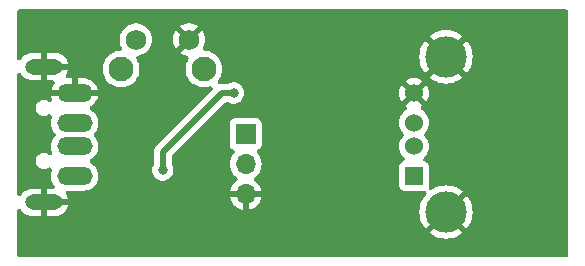
<source format=gbr>
%TF.GenerationSoftware,KiCad,Pcbnew,7.0.9*%
%TF.CreationDate,2024-04-25T13:42:10+02:00*%
%TF.ProjectId,UsbLoad,5573624c-6f61-4642-9e6b-696361645f70,rev?*%
%TF.SameCoordinates,Original*%
%TF.FileFunction,Copper,L2,Bot*%
%TF.FilePolarity,Positive*%
%FSLAX46Y46*%
G04 Gerber Fmt 4.6, Leading zero omitted, Abs format (unit mm)*
G04 Created by KiCad (PCBNEW 7.0.9) date 2024-04-25 13:42:10*
%MOMM*%
%LPD*%
G01*
G04 APERTURE LIST*
%TA.AperFunction,ComponentPad*%
%ADD10O,3.000000X1.500000*%
%TD*%
%TA.AperFunction,ComponentPad*%
%ADD11O,3.200000X1.300000*%
%TD*%
%TA.AperFunction,ComponentPad*%
%ADD12R,1.700000X1.700000*%
%TD*%
%TA.AperFunction,ComponentPad*%
%ADD13O,1.700000X1.700000*%
%TD*%
%TA.AperFunction,ComponentPad*%
%ADD14C,2.100000*%
%TD*%
%TA.AperFunction,ComponentPad*%
%ADD15C,1.750000*%
%TD*%
%TA.AperFunction,ComponentPad*%
%ADD16R,1.524000X1.524000*%
%TD*%
%TA.AperFunction,ComponentPad*%
%ADD17C,1.524000*%
%TD*%
%TA.AperFunction,ComponentPad*%
%ADD18C,3.500000*%
%TD*%
%TA.AperFunction,ViaPad*%
%ADD19C,0.800000*%
%TD*%
%TA.AperFunction,Conductor*%
%ADD20C,0.500000*%
%TD*%
G04 APERTURE END LIST*
D10*
%TO.P,J1,1,VBUS*%
%TO.N,VCC*%
X70285000Y-62750000D03*
%TO.P,J1,2,D-*%
%TO.N,unconnected-(J1-D--Pad2)*%
X70285000Y-60250000D03*
%TO.P,J1,3,D+*%
%TO.N,unconnected-(J1-D+-Pad3)*%
X70285000Y-58250000D03*
%TO.P,J1,4,GND*%
%TO.N,GND*%
X70285000Y-55750000D03*
D11*
%TO.P,J1,5,Shield*%
X67685000Y-65000000D03*
X67685000Y-53500000D03*
%TD*%
D12*
%TO.P,J3,1,Pin_1*%
%TO.N,VCC*%
X84775000Y-59210000D03*
D13*
%TO.P,J3,2,Pin_2*%
%TO.N,Net-(J3-Pin_2)*%
X84775000Y-61750000D03*
%TO.P,J3,3,Pin_3*%
%TO.N,GND*%
X84775000Y-64290000D03*
%TD*%
D14*
%TO.P,SW1,*%
%TO.N,*%
X74225000Y-53702500D03*
X81235000Y-53702500D03*
D15*
%TO.P,SW1,1,1*%
%TO.N,Net-(U1-PA6)*%
X75475000Y-51212500D03*
%TO.P,SW1,2,2*%
%TO.N,GND*%
X79975000Y-51212500D03*
%TD*%
D16*
%TO.P,J2,1,VBUS*%
%TO.N,VCC*%
X99022500Y-62750000D03*
D17*
%TO.P,J2,2,D-*%
%TO.N,unconnected-(J2-D--Pad2)*%
X99022500Y-60250000D03*
%TO.P,J2,3,D+*%
%TO.N,unconnected-(J2-D+-Pad3)*%
X99022500Y-58250000D03*
%TO.P,J2,4,GND*%
%TO.N,GND*%
X99022500Y-55750000D03*
D18*
%TO.P,J2,5,Shield*%
X101732500Y-65820000D03*
X101732500Y-52680000D03*
%TD*%
D19*
%TO.N,GND*%
X79250000Y-65250000D03*
X82500000Y-58750000D03*
%TO.N,Net-(U1-PA7)*%
X83750000Y-55750000D03*
X77750000Y-62250000D03*
%TD*%
D20*
%TO.N,Net-(U1-PA7)*%
X77750000Y-60750000D02*
X77750000Y-62250000D01*
X82750000Y-55750000D02*
X77750000Y-60750000D01*
X83750000Y-55750000D02*
X82750000Y-55750000D01*
%TD*%
%TA.AperFunction,Conductor*%
%TO.N,GND*%
G36*
X111986843Y-48670207D02*
G01*
X112056084Y-48725426D01*
X112094511Y-48805218D01*
X112099500Y-48849500D01*
X112099500Y-69400500D01*
X112079793Y-69486843D01*
X112024574Y-69556084D01*
X111944782Y-69594511D01*
X111900500Y-69599500D01*
X65599500Y-69599500D01*
X65513157Y-69579793D01*
X65443916Y-69524574D01*
X65405489Y-69444782D01*
X65400500Y-69400500D01*
X65400500Y-65728638D01*
X65420207Y-65642295D01*
X65475426Y-65573054D01*
X65555218Y-65534627D01*
X65643782Y-65534627D01*
X65723574Y-65573054D01*
X65768694Y-65623879D01*
X65813348Y-65696000D01*
X65813352Y-65696004D01*
X65956929Y-65853499D01*
X65956934Y-65853504D01*
X66127008Y-65981939D01*
X66317792Y-66076937D01*
X66317794Y-66076938D01*
X66522776Y-66135260D01*
X66522787Y-66135262D01*
X66681832Y-66150000D01*
X67435000Y-66150000D01*
X67435000Y-65350000D01*
X67935000Y-65350000D01*
X67935000Y-66150000D01*
X68688168Y-66150000D01*
X68847212Y-66135262D01*
X68847223Y-66135260D01*
X69052205Y-66076938D01*
X69052207Y-66076937D01*
X69242991Y-65981939D01*
X69413065Y-65853504D01*
X69413070Y-65853499D01*
X69556647Y-65696004D01*
X69556653Y-65695997D01*
X69668845Y-65514799D01*
X69668846Y-65514796D01*
X69745837Y-65316060D01*
X69758187Y-65250000D01*
X68830581Y-65250000D01*
X68882060Y-65194079D01*
X68928982Y-65087108D01*
X68938628Y-64970698D01*
X68909953Y-64857462D01*
X68846064Y-64759673D01*
X68833636Y-64750000D01*
X69758186Y-64750000D01*
X69745837Y-64683939D01*
X69668846Y-64485203D01*
X69668847Y-64485203D01*
X69556812Y-64304259D01*
X69528114Y-64220474D01*
X69538611Y-64132535D01*
X69586224Y-64057859D01*
X69661522Y-64011237D01*
X69726006Y-64000500D01*
X71091153Y-64000500D01*
X71091155Y-64000500D01*
X71259188Y-63985377D01*
X71476170Y-63925493D01*
X71678973Y-63827829D01*
X71861078Y-63695522D01*
X72016632Y-63532825D01*
X72140635Y-63344968D01*
X72229103Y-63137988D01*
X72279191Y-62918537D01*
X72289290Y-62693670D01*
X72259075Y-62470613D01*
X72189517Y-62256536D01*
X72189515Y-62256532D01*
X72189514Y-62256529D01*
X72186001Y-62250000D01*
X76844540Y-62250000D01*
X76864325Y-62438255D01*
X76922822Y-62618287D01*
X77017463Y-62782211D01*
X77017466Y-62782215D01*
X77144128Y-62922887D01*
X77144134Y-62922892D01*
X77297263Y-63034147D01*
X77297270Y-63034151D01*
X77470192Y-63111142D01*
X77470194Y-63111142D01*
X77470197Y-63111144D01*
X77470199Y-63111144D01*
X77470204Y-63111146D01*
X77655349Y-63150499D01*
X77655352Y-63150500D01*
X77655354Y-63150500D01*
X77844648Y-63150500D01*
X77844649Y-63150499D01*
X77906365Y-63137381D01*
X78029795Y-63111146D01*
X78029797Y-63111145D01*
X78029803Y-63111144D01*
X78202730Y-63034151D01*
X78209278Y-63029394D01*
X78354292Y-62924035D01*
X78355871Y-62922888D01*
X78482533Y-62782216D01*
X78577179Y-62618284D01*
X78635674Y-62438256D01*
X78655460Y-62250000D01*
X78635674Y-62061744D01*
X78577179Y-61881716D01*
X78527160Y-61795081D01*
X78513254Y-61750000D01*
X83419341Y-61750000D01*
X83435975Y-61940128D01*
X83439938Y-61985414D01*
X83501095Y-62213659D01*
X83501095Y-62213660D01*
X83600964Y-62427829D01*
X83600966Y-62427833D01*
X83736506Y-62621403D01*
X83903600Y-62788497D01*
X84001853Y-62857294D01*
X84061278Y-62922961D01*
X84086326Y-63007908D01*
X84072035Y-63095311D01*
X84021238Y-63167858D01*
X84001855Y-63183316D01*
X83903917Y-63251893D01*
X83736891Y-63418919D01*
X83601401Y-63612418D01*
X83601399Y-63612422D01*
X83501570Y-63826504D01*
X83501569Y-63826507D01*
X83444363Y-64040000D01*
X84341314Y-64040000D01*
X84315507Y-64080156D01*
X84275000Y-64218111D01*
X84275000Y-64361889D01*
X84315507Y-64499844D01*
X84341314Y-64540000D01*
X83444364Y-64540000D01*
X83501569Y-64753492D01*
X83501571Y-64753495D01*
X83601399Y-64967578D01*
X83601401Y-64967582D01*
X83736890Y-65161079D01*
X83903920Y-65328109D01*
X84097417Y-65463598D01*
X84097420Y-65463600D01*
X84311509Y-65563430D01*
X84525000Y-65620634D01*
X84525000Y-64725501D01*
X84632685Y-64774680D01*
X84739237Y-64790000D01*
X84810763Y-64790000D01*
X84917315Y-64774680D01*
X85025000Y-64725501D01*
X85025000Y-65620634D01*
X85238490Y-65563430D01*
X85452579Y-65463600D01*
X85452582Y-65463598D01*
X85646079Y-65328109D01*
X85813109Y-65161079D01*
X85948598Y-64967582D01*
X85948600Y-64967578D01*
X86048428Y-64753495D01*
X86048430Y-64753492D01*
X86105636Y-64540000D01*
X85208686Y-64540000D01*
X85234493Y-64499844D01*
X85275000Y-64361889D01*
X85275000Y-64218111D01*
X85234493Y-64080156D01*
X85208686Y-64040000D01*
X86105636Y-64040000D01*
X86048430Y-63826507D01*
X86048429Y-63826504D01*
X85948600Y-63612422D01*
X85948598Y-63612418D01*
X85813108Y-63418919D01*
X85646080Y-63251891D01*
X85548145Y-63183316D01*
X85488721Y-63117649D01*
X85463673Y-63032701D01*
X85477964Y-62945298D01*
X85528762Y-62872751D01*
X85548136Y-62857300D01*
X85646401Y-62788495D01*
X85813495Y-62621401D01*
X85949035Y-62427830D01*
X86048903Y-62213663D01*
X86110063Y-61985408D01*
X86130659Y-61750000D01*
X86110063Y-61514592D01*
X86086189Y-61425493D01*
X86048905Y-61286342D01*
X86018354Y-61220826D01*
X85949035Y-61072171D01*
X85817040Y-60883662D01*
X85813498Y-60878603D01*
X85813497Y-60878601D01*
X85813495Y-60878599D01*
X85774089Y-60839193D01*
X85726971Y-60764206D01*
X85717055Y-60676199D01*
X85746306Y-60592606D01*
X85808930Y-60529982D01*
X85845252Y-60512030D01*
X85867331Y-60503796D01*
X85982546Y-60417546D01*
X86068796Y-60302331D01*
X86088314Y-60250000D01*
X97755177Y-60250000D01*
X97774429Y-60470066D01*
X97831606Y-60683450D01*
X97924965Y-60883661D01*
X97924971Y-60883670D01*
X98051671Y-61064618D01*
X98172917Y-61185864D01*
X98220036Y-61260852D01*
X98229952Y-61348859D01*
X98200701Y-61432452D01*
X98138077Y-61495076D01*
X98101748Y-61513031D01*
X98018166Y-61544205D01*
X98018164Y-61544207D01*
X97902953Y-61630453D01*
X97816707Y-61745664D01*
X97816704Y-61745669D01*
X97766409Y-61880517D01*
X97760000Y-61940127D01*
X97760000Y-61940128D01*
X97760000Y-61940132D01*
X97760000Y-63559876D01*
X97766408Y-63619481D01*
X97816703Y-63754329D01*
X97816707Y-63754335D01*
X97902953Y-63869546D01*
X97972864Y-63921881D01*
X98018169Y-63955796D01*
X98153017Y-64006091D01*
X98212627Y-64012500D01*
X99832372Y-64012499D01*
X99832375Y-64012499D01*
X99868952Y-64008567D01*
X99956907Y-64018933D01*
X100031654Y-64066434D01*
X100078388Y-64141662D01*
X100087854Y-64229718D01*
X100058177Y-64313161D01*
X100039838Y-64337637D01*
X99943628Y-64447342D01*
X99943626Y-64447346D01*
X99779767Y-64692577D01*
X99649309Y-64957118D01*
X99554504Y-65236404D01*
X99554501Y-65236413D01*
X99496962Y-65525683D01*
X99496961Y-65525687D01*
X99477672Y-65820000D01*
X99496961Y-66114312D01*
X99496962Y-66114316D01*
X99554501Y-66403586D01*
X99554504Y-66403595D01*
X99649309Y-66682881D01*
X99779767Y-66947422D01*
X99943624Y-67192652D01*
X99972906Y-67226040D01*
X100761938Y-66437007D01*
X100810848Y-66515999D01*
X100954431Y-66673501D01*
X101112888Y-66793163D01*
X100326458Y-67579592D01*
X100359852Y-67608878D01*
X100605077Y-67772732D01*
X100869618Y-67903190D01*
X101148904Y-67997995D01*
X101148913Y-67997998D01*
X101438183Y-68055537D01*
X101438187Y-68055538D01*
X101732500Y-68074827D01*
X102026812Y-68055538D01*
X102026816Y-68055537D01*
X102316086Y-67997998D01*
X102316095Y-67997995D01*
X102595381Y-67903190D01*
X102859922Y-67772732D01*
X103105153Y-67608873D01*
X103105157Y-67608870D01*
X103138539Y-67579593D01*
X103138539Y-67579592D01*
X102352111Y-66793163D01*
X102510569Y-66673501D01*
X102654152Y-66515999D01*
X102703060Y-66437007D01*
X103492092Y-67226039D01*
X103492093Y-67226039D01*
X103521370Y-67192657D01*
X103521373Y-67192653D01*
X103685232Y-66947422D01*
X103815690Y-66682881D01*
X103910495Y-66403595D01*
X103910498Y-66403586D01*
X103968037Y-66114316D01*
X103968038Y-66114312D01*
X103987327Y-65820000D01*
X103968038Y-65525687D01*
X103968037Y-65525683D01*
X103910498Y-65236413D01*
X103910495Y-65236404D01*
X103815690Y-64957118D01*
X103685232Y-64692577D01*
X103521378Y-64447352D01*
X103492092Y-64413958D01*
X102703060Y-65202990D01*
X102654152Y-65124001D01*
X102510569Y-64966499D01*
X102352110Y-64846835D01*
X103138540Y-64060406D01*
X103105152Y-64031124D01*
X102859922Y-63867267D01*
X102595381Y-63736809D01*
X102316095Y-63642004D01*
X102316086Y-63642001D01*
X102026816Y-63584462D01*
X102026812Y-63584461D01*
X101732500Y-63565172D01*
X101438187Y-63584461D01*
X101438183Y-63584462D01*
X101148913Y-63642001D01*
X101148904Y-63642004D01*
X100869618Y-63736809D01*
X100605079Y-63867266D01*
X100559469Y-63897742D01*
X100476729Y-63929325D01*
X100388479Y-63921881D01*
X100312198Y-63876884D01*
X100262995Y-63803246D01*
X100250615Y-63715553D01*
X100262456Y-63662740D01*
X100278591Y-63619483D01*
X100285000Y-63559873D01*
X100284999Y-61940128D01*
X100284999Y-61940127D01*
X100284999Y-61940123D01*
X100279362Y-61887691D01*
X100278591Y-61880517D01*
X100228296Y-61745669D01*
X100190801Y-61695582D01*
X100142046Y-61630453D01*
X100026835Y-61544207D01*
X100026831Y-61544204D01*
X99943252Y-61513031D01*
X99869240Y-61464392D01*
X99823661Y-61388458D01*
X99815543Y-61300267D01*
X99846493Y-61217288D01*
X99872077Y-61185868D01*
X99993326Y-61064620D01*
X99998695Y-61056953D01*
X100063249Y-60964759D01*
X100120034Y-60883662D01*
X100213394Y-60683450D01*
X100270570Y-60470068D01*
X100289823Y-60250000D01*
X100270570Y-60029932D01*
X100213394Y-59816550D01*
X100120034Y-59616339D01*
X99993326Y-59435380D01*
X99948659Y-59390713D01*
X99901541Y-59315726D01*
X99891625Y-59227719D01*
X99920876Y-59144126D01*
X99948657Y-59109288D01*
X99993326Y-59064620D01*
X100120034Y-58883662D01*
X100213394Y-58683450D01*
X100270570Y-58470068D01*
X100289823Y-58250000D01*
X100270570Y-58029932D01*
X100213394Y-57816550D01*
X100120034Y-57616339D01*
X99993326Y-57435380D01*
X99837120Y-57279174D01*
X99837119Y-57279173D01*
X99837116Y-57279170D01*
X99670786Y-57162705D01*
X99611361Y-57097038D01*
X99586313Y-57012091D01*
X99600604Y-56924688D01*
X99651401Y-56852141D01*
X99670784Y-56836684D01*
X99720686Y-56801740D01*
X99720687Y-56801739D01*
X99119520Y-56200572D01*
X99159619Y-56194529D01*
X99284554Y-56134363D01*
X99386205Y-56040045D01*
X99455539Y-55919955D01*
X99472350Y-55846297D01*
X100074239Y-56448187D01*
X100074240Y-56448186D01*
X100119598Y-56383411D01*
X100212922Y-56183276D01*
X100270073Y-55969987D01*
X100270074Y-55969983D01*
X100289320Y-55750000D01*
X100270074Y-55530016D01*
X100270073Y-55530012D01*
X100212921Y-55316720D01*
X100212919Y-55316717D01*
X100119599Y-55116591D01*
X100119597Y-55116587D01*
X100074240Y-55051812D01*
X99476279Y-55649773D01*
X99476033Y-55646484D01*
X99425372Y-55517402D01*
X99338914Y-55408987D01*
X99224341Y-55330873D01*
X99120197Y-55298749D01*
X99720686Y-54698258D01*
X99720686Y-54698257D01*
X99655911Y-54652901D01*
X99455778Y-54559578D01*
X99242487Y-54502426D01*
X99242483Y-54502425D01*
X99022500Y-54483179D01*
X98802516Y-54502425D01*
X98802512Y-54502426D01*
X98589220Y-54559578D01*
X98589216Y-54559580D01*
X98389092Y-54652899D01*
X98389087Y-54652901D01*
X98324312Y-54698256D01*
X98324312Y-54698259D01*
X98925480Y-55299427D01*
X98885381Y-55305471D01*
X98760446Y-55365637D01*
X98658795Y-55459955D01*
X98589461Y-55580045D01*
X98572649Y-55653702D01*
X97970759Y-55051812D01*
X97970756Y-55051812D01*
X97925401Y-55116587D01*
X97925399Y-55116592D01*
X97832080Y-55316716D01*
X97832078Y-55316720D01*
X97774926Y-55530012D01*
X97774925Y-55530016D01*
X97755679Y-55750000D01*
X97774925Y-55969983D01*
X97774926Y-55969987D01*
X97832078Y-56183278D01*
X97925401Y-56383411D01*
X97970758Y-56448186D01*
X98568720Y-55850225D01*
X98568967Y-55853516D01*
X98619628Y-55982598D01*
X98706086Y-56091013D01*
X98820659Y-56169127D01*
X98924801Y-56201250D01*
X98324312Y-56801740D01*
X98374215Y-56836683D01*
X98433639Y-56902350D01*
X98458687Y-56987298D01*
X98444396Y-57074700D01*
X98393598Y-57147247D01*
X98374214Y-57162705D01*
X98207892Y-57279164D01*
X98207876Y-57279177D01*
X98051677Y-57435376D01*
X98051670Y-57435384D01*
X97924966Y-57616338D01*
X97924965Y-57616340D01*
X97831607Y-57816545D01*
X97831606Y-57816548D01*
X97774429Y-58029933D01*
X97755177Y-58250000D01*
X97774429Y-58470066D01*
X97831606Y-58683450D01*
X97924965Y-58883661D01*
X97924971Y-58883670D01*
X98051671Y-59064618D01*
X98096339Y-59109286D01*
X98143458Y-59184274D01*
X98153374Y-59272281D01*
X98124123Y-59355874D01*
X98096341Y-59390713D01*
X98051670Y-59435384D01*
X97924966Y-59616338D01*
X97924965Y-59616340D01*
X97831607Y-59816545D01*
X97831606Y-59816548D01*
X97774429Y-60029933D01*
X97755177Y-60250000D01*
X86088314Y-60250000D01*
X86119091Y-60167483D01*
X86125500Y-60107873D01*
X86125499Y-58312128D01*
X86125499Y-58312127D01*
X86125499Y-58312123D01*
X86119091Y-58252518D01*
X86097143Y-58193670D01*
X86068796Y-58117669D01*
X86003117Y-58029933D01*
X85982546Y-58002453D01*
X85867335Y-57916207D01*
X85867331Y-57916204D01*
X85732483Y-57865909D01*
X85672873Y-57859500D01*
X85672867Y-57859500D01*
X83877123Y-57859500D01*
X83817518Y-57865908D01*
X83682670Y-57916203D01*
X83682664Y-57916207D01*
X83567453Y-58002453D01*
X83481207Y-58117664D01*
X83481204Y-58117669D01*
X83430909Y-58252517D01*
X83424500Y-58312127D01*
X83424500Y-58312128D01*
X83424500Y-58312132D01*
X83424500Y-60107876D01*
X83430908Y-60167481D01*
X83481203Y-60302329D01*
X83481207Y-60302335D01*
X83567453Y-60417546D01*
X83637614Y-60470068D01*
X83682669Y-60503796D01*
X83704738Y-60512027D01*
X83778750Y-60560665D01*
X83824329Y-60636600D01*
X83832448Y-60724790D01*
X83801498Y-60807769D01*
X83775911Y-60839193D01*
X83736501Y-60878603D01*
X83600965Y-61072171D01*
X83501094Y-61286342D01*
X83439938Y-61514585D01*
X83439937Y-61514589D01*
X83439937Y-61514592D01*
X83419341Y-61750000D01*
X78513254Y-61750000D01*
X78501056Y-61710454D01*
X78500500Y-61695582D01*
X78500500Y-61143296D01*
X78520207Y-61056953D01*
X78558786Y-61002582D01*
X83002582Y-56558786D01*
X83077570Y-56511667D01*
X83143296Y-56500500D01*
X83186294Y-56500500D01*
X83272637Y-56520207D01*
X83287978Y-56529374D01*
X83288233Y-56528934D01*
X83297270Y-56534151D01*
X83470192Y-56611142D01*
X83470194Y-56611142D01*
X83470197Y-56611144D01*
X83470199Y-56611144D01*
X83470204Y-56611146D01*
X83655349Y-56650499D01*
X83655352Y-56650500D01*
X83655354Y-56650500D01*
X83844648Y-56650500D01*
X83844649Y-56650499D01*
X83906365Y-56637381D01*
X84029795Y-56611146D01*
X84029797Y-56611145D01*
X84029803Y-56611144D01*
X84202730Y-56534151D01*
X84204999Y-56532503D01*
X84297599Y-56465225D01*
X84355871Y-56422888D01*
X84482533Y-56282216D01*
X84577179Y-56118284D01*
X84635674Y-55938256D01*
X84655460Y-55750000D01*
X84635674Y-55561744D01*
X84577179Y-55381716D01*
X84539652Y-55316717D01*
X84482536Y-55217788D01*
X84482533Y-55217784D01*
X84355871Y-55077112D01*
X84355865Y-55077107D01*
X84202736Y-54965852D01*
X84202729Y-54965848D01*
X84029807Y-54888857D01*
X84029795Y-54888853D01*
X83844650Y-54849500D01*
X83844646Y-54849500D01*
X83655354Y-54849500D01*
X83655349Y-54849500D01*
X83470204Y-54888853D01*
X83470192Y-54888857D01*
X83297270Y-54965848D01*
X83288233Y-54971066D01*
X83286774Y-54968539D01*
X83221844Y-54996299D01*
X83186294Y-54999500D01*
X82819170Y-54999500D01*
X82790328Y-54997399D01*
X82771977Y-54994710D01*
X82721563Y-54999121D01*
X82712888Y-54999500D01*
X82706283Y-54999500D01*
X82673723Y-55003306D01*
X82606378Y-55009198D01*
X82518646Y-54997091D01*
X82444856Y-54948118D01*
X82399621Y-54871978D01*
X82391902Y-54783751D01*
X82423228Y-54700913D01*
X82437714Y-54681714D01*
X82447969Y-54669707D01*
X82493259Y-54616679D01*
X82620777Y-54408589D01*
X82647000Y-54345282D01*
X82714169Y-54183119D01*
X82714168Y-54183119D01*
X82714172Y-54183112D01*
X82771146Y-53945802D01*
X82790294Y-53702500D01*
X82771146Y-53459198D01*
X82714172Y-53221888D01*
X82702950Y-53194795D01*
X82620778Y-52996412D01*
X82620775Y-52996407D01*
X82502864Y-52803995D01*
X82493259Y-52788321D01*
X82493258Y-52788320D01*
X82493257Y-52788318D01*
X82400745Y-52680000D01*
X99477672Y-52680000D01*
X99496961Y-52974312D01*
X99496962Y-52974316D01*
X99554501Y-53263586D01*
X99554504Y-53263595D01*
X99649309Y-53542881D01*
X99779767Y-53807422D01*
X99943624Y-54052652D01*
X99972906Y-54086040D01*
X100761938Y-53297007D01*
X100810848Y-53375999D01*
X100954431Y-53533501D01*
X101112888Y-53653163D01*
X100326458Y-54439592D01*
X100359852Y-54468878D01*
X100605077Y-54632732D01*
X100869618Y-54763190D01*
X101148904Y-54857995D01*
X101148913Y-54857998D01*
X101438183Y-54915537D01*
X101438187Y-54915538D01*
X101732500Y-54934827D01*
X102026812Y-54915538D01*
X102026816Y-54915537D01*
X102316086Y-54857998D01*
X102316095Y-54857995D01*
X102595381Y-54763190D01*
X102859922Y-54632732D01*
X103105153Y-54468873D01*
X103105157Y-54468870D01*
X103138539Y-54439593D01*
X103138539Y-54439592D01*
X102352111Y-53653163D01*
X102510569Y-53533501D01*
X102654152Y-53375999D01*
X102703060Y-53297007D01*
X103492092Y-54086039D01*
X103492093Y-54086039D01*
X103521370Y-54052657D01*
X103521373Y-54052653D01*
X103685232Y-53807422D01*
X103815690Y-53542881D01*
X103910495Y-53263595D01*
X103910498Y-53263586D01*
X103968037Y-52974316D01*
X103968038Y-52974312D01*
X103987327Y-52680000D01*
X103968038Y-52385687D01*
X103968037Y-52385683D01*
X103910498Y-52096413D01*
X103910495Y-52096404D01*
X103815690Y-51817118D01*
X103685232Y-51552577D01*
X103521378Y-51307352D01*
X103492092Y-51273958D01*
X102703060Y-52062990D01*
X102654152Y-51984001D01*
X102510569Y-51826499D01*
X102352111Y-51706836D01*
X103138540Y-50920406D01*
X103105152Y-50891124D01*
X102859922Y-50727267D01*
X102595381Y-50596809D01*
X102316095Y-50502004D01*
X102316086Y-50502001D01*
X102026816Y-50444462D01*
X102026812Y-50444461D01*
X101732500Y-50425172D01*
X101438187Y-50444461D01*
X101438183Y-50444462D01*
X101148913Y-50502001D01*
X101148904Y-50502004D01*
X100869618Y-50596809D01*
X100605077Y-50727267D01*
X100359851Y-50891122D01*
X100359846Y-50891126D01*
X100326459Y-50920406D01*
X101112889Y-51706836D01*
X100954431Y-51826499D01*
X100810848Y-51984001D01*
X100761939Y-52062992D01*
X99972906Y-51273959D01*
X99943626Y-51307346D01*
X99943622Y-51307351D01*
X99779767Y-51552577D01*
X99649309Y-51817118D01*
X99554504Y-52096404D01*
X99554501Y-52096413D01*
X99496962Y-52385683D01*
X99496961Y-52385687D01*
X99477672Y-52680000D01*
X82400745Y-52680000D01*
X82334759Y-52602740D01*
X82149181Y-52444242D01*
X81941092Y-52316724D01*
X81941087Y-52316721D01*
X81715619Y-52223330D01*
X81715612Y-52223328D01*
X81715604Y-52223326D01*
X81478308Y-52166355D01*
X81478305Y-52166354D01*
X81478302Y-52166354D01*
X81351031Y-52156337D01*
X81266502Y-52129917D01*
X81201806Y-52069436D01*
X81169759Y-51986874D01*
X81176708Y-51898584D01*
X81185815Y-51877015D01*
X81185114Y-51876708D01*
X81279954Y-51660494D01*
X81335896Y-51439585D01*
X81354712Y-51212503D01*
X81354712Y-51212496D01*
X81335896Y-50985414D01*
X81279954Y-50764505D01*
X81188422Y-50555834D01*
X81108124Y-50432927D01*
X80454048Y-51087003D01*
X80429898Y-51004755D01*
X80352943Y-50885011D01*
X80245369Y-50791798D01*
X80115892Y-50732667D01*
X80103116Y-50730830D01*
X80755983Y-50077963D01*
X80755983Y-50077962D01*
X80729632Y-50057452D01*
X80529223Y-49948997D01*
X80313699Y-49875007D01*
X80088939Y-49837500D01*
X79861060Y-49837500D01*
X79636300Y-49875007D01*
X79420771Y-49948998D01*
X79220370Y-50057449D01*
X79220362Y-50057455D01*
X79194016Y-50077961D01*
X79194015Y-50077962D01*
X79846883Y-50730830D01*
X79834108Y-50732667D01*
X79704631Y-50791798D01*
X79597057Y-50885011D01*
X79520102Y-51004755D01*
X79495951Y-51087005D01*
X78841874Y-50432928D01*
X78841873Y-50432928D01*
X78761579Y-50555829D01*
X78670045Y-50764505D01*
X78614103Y-50985414D01*
X78595288Y-51212496D01*
X78595288Y-51212503D01*
X78614103Y-51439585D01*
X78670045Y-51660494D01*
X78761577Y-51869166D01*
X78841874Y-51992071D01*
X79495951Y-51337994D01*
X79520102Y-51420245D01*
X79597057Y-51539989D01*
X79704631Y-51633202D01*
X79834108Y-51692333D01*
X79846882Y-51694169D01*
X79194015Y-52347036D01*
X79220367Y-52367547D01*
X79420776Y-52476002D01*
X79636300Y-52549992D01*
X79786506Y-52575058D01*
X79868427Y-52608708D01*
X79927636Y-52674571D01*
X79952404Y-52759600D01*
X79937827Y-52846955D01*
X79923426Y-52875321D01*
X79849227Y-52996401D01*
X79849221Y-52996412D01*
X79755830Y-53221880D01*
X79755826Y-53221895D01*
X79698854Y-53459192D01*
X79679706Y-53702500D01*
X79698854Y-53945807D01*
X79755826Y-54183104D01*
X79755830Y-54183119D01*
X79849221Y-54408587D01*
X79849224Y-54408592D01*
X79976742Y-54616681D01*
X80135240Y-54802259D01*
X80320818Y-54960757D01*
X80320820Y-54960758D01*
X80320821Y-54960759D01*
X80375690Y-54994383D01*
X80528907Y-55088275D01*
X80528912Y-55088278D01*
X80754380Y-55181669D01*
X80754382Y-55181669D01*
X80754388Y-55181672D01*
X80898452Y-55216259D01*
X80991692Y-55238645D01*
X80991694Y-55238645D01*
X80991698Y-55238646D01*
X81235000Y-55257794D01*
X81478302Y-55238646D01*
X81478305Y-55238645D01*
X81478307Y-55238645D01*
X81520728Y-55228460D01*
X81715612Y-55181672D01*
X81715629Y-55181664D01*
X81723046Y-55179256D01*
X81723412Y-55180384D01*
X81802762Y-55166896D01*
X81887866Y-55191407D01*
X81953907Y-55250416D01*
X81987805Y-55332236D01*
X81982846Y-55420660D01*
X81940012Y-55498176D01*
X81932333Y-55506298D01*
X77268223Y-60170407D01*
X77246351Y-60189310D01*
X77231470Y-60200389D01*
X77198942Y-60239153D01*
X77193083Y-60245548D01*
X77188408Y-60250223D01*
X77168059Y-60275959D01*
X77118700Y-60334782D01*
X77112660Y-60343966D01*
X77106889Y-60353322D01*
X77074424Y-60422942D01*
X77039960Y-60491565D01*
X77036191Y-60501921D01*
X77032743Y-60512324D01*
X77017207Y-60587565D01*
X76999500Y-60662274D01*
X76998221Y-60673221D01*
X76997266Y-60684142D01*
X76999500Y-60760916D01*
X76999500Y-61695582D01*
X76979793Y-61781925D01*
X76972839Y-61795082D01*
X76922822Y-61881713D01*
X76864325Y-62061744D01*
X76844540Y-62249999D01*
X76844540Y-62250000D01*
X72186001Y-62250000D01*
X72107595Y-62104299D01*
X72082852Y-62058319D01*
X71988601Y-61940132D01*
X71942510Y-61882336D01*
X71941800Y-61881716D01*
X71883247Y-61830559D01*
X71772997Y-61734235D01*
X71772989Y-61734230D01*
X71671803Y-61673774D01*
X71607790Y-61612571D01*
X71576671Y-61529655D01*
X71584610Y-61441448D01*
X71630034Y-61365421D01*
X71671817Y-61332103D01*
X71678962Y-61327834D01*
X71678973Y-61327829D01*
X71861078Y-61195522D01*
X72016632Y-61032825D01*
X72140635Y-60844968D01*
X72229103Y-60637988D01*
X72279191Y-60418537D01*
X72289290Y-60193670D01*
X72259075Y-59970613D01*
X72189517Y-59756536D01*
X72189515Y-59756532D01*
X72189514Y-59756529D01*
X72114073Y-59616338D01*
X72082852Y-59558319D01*
X72010166Y-59467174D01*
X71936936Y-59375346D01*
X71938255Y-59374294D01*
X71898549Y-59307845D01*
X71890607Y-59219639D01*
X71921722Y-59136721D01*
X71943969Y-59108824D01*
X72016632Y-59032825D01*
X72140635Y-58844968D01*
X72229103Y-58637988D01*
X72279191Y-58418537D01*
X72289290Y-58193670D01*
X72259075Y-57970613D01*
X72189517Y-57756536D01*
X72189515Y-57756532D01*
X72189514Y-57756529D01*
X72107595Y-57604299D01*
X72082852Y-57558319D01*
X71942508Y-57382334D01*
X71883247Y-57330559D01*
X71772997Y-57234235D01*
X71772992Y-57234232D01*
X71671314Y-57173483D01*
X71607300Y-57112280D01*
X71576181Y-57029364D01*
X71584120Y-56941157D01*
X71629543Y-56865130D01*
X71671324Y-56831813D01*
X71678719Y-56827394D01*
X71860748Y-56695142D01*
X72016233Y-56532518D01*
X72016245Y-56532503D01*
X72140193Y-56344728D01*
X72140194Y-56344727D01*
X72228623Y-56137836D01*
X72260083Y-56000000D01*
X70718686Y-56000000D01*
X70744493Y-55959844D01*
X70785000Y-55821889D01*
X70785000Y-55678111D01*
X70744493Y-55540156D01*
X70718686Y-55500000D01*
X72262550Y-55500000D01*
X72262550Y-55499999D01*
X72258584Y-55470720D01*
X72189057Y-55256736D01*
X72082430Y-55058592D01*
X71942148Y-54882683D01*
X71772700Y-54734642D01*
X71579548Y-54619238D01*
X71368888Y-54540176D01*
X71147503Y-54500000D01*
X70535000Y-54500000D01*
X70535000Y-55314498D01*
X70427315Y-55265320D01*
X70320763Y-55250000D01*
X70249237Y-55250000D01*
X70142685Y-55265320D01*
X70035000Y-55314498D01*
X70035000Y-54500000D01*
X69725696Y-54500000D01*
X69639353Y-54480293D01*
X69570112Y-54425074D01*
X69531685Y-54345282D01*
X69531685Y-54256718D01*
X69556502Y-54196241D01*
X69668846Y-54014796D01*
X69745837Y-53816060D01*
X69758187Y-53750000D01*
X68830581Y-53750000D01*
X68874308Y-53702500D01*
X72669706Y-53702500D01*
X72688854Y-53945807D01*
X72745826Y-54183104D01*
X72745830Y-54183119D01*
X72839221Y-54408587D01*
X72839224Y-54408592D01*
X72966742Y-54616681D01*
X73125240Y-54802259D01*
X73310818Y-54960757D01*
X73310820Y-54960758D01*
X73310821Y-54960759D01*
X73365690Y-54994383D01*
X73518907Y-55088275D01*
X73518912Y-55088278D01*
X73744380Y-55181669D01*
X73744382Y-55181669D01*
X73744388Y-55181672D01*
X73888452Y-55216259D01*
X73981692Y-55238645D01*
X73981694Y-55238645D01*
X73981698Y-55238646D01*
X74225000Y-55257794D01*
X74468302Y-55238646D01*
X74468305Y-55238645D01*
X74468307Y-55238645D01*
X74510728Y-55228460D01*
X74705612Y-55181672D01*
X74862730Y-55116592D01*
X74931087Y-55088278D01*
X74931092Y-55088275D01*
X75139179Y-54960759D01*
X75324759Y-54802259D01*
X75483259Y-54616679D01*
X75610777Y-54408589D01*
X75637000Y-54345282D01*
X75704169Y-54183119D01*
X75704168Y-54183119D01*
X75704172Y-54183112D01*
X75761146Y-53945802D01*
X75780294Y-53702500D01*
X75761146Y-53459198D01*
X75704172Y-53221888D01*
X75692950Y-53194795D01*
X75610778Y-52996412D01*
X75610775Y-52996407D01*
X75537063Y-52876121D01*
X75535926Y-52874266D01*
X75507616Y-52790352D01*
X75518518Y-52702462D01*
X75566474Y-52628007D01*
X75641987Y-52581732D01*
X75672842Y-52574005D01*
X75813823Y-52550480D01*
X76029426Y-52476463D01*
X76229906Y-52367969D01*
X76409794Y-52227956D01*
X76414055Y-52223328D01*
X76564173Y-52060256D01*
X76564173Y-52060255D01*
X76564183Y-52060245D01*
X76688862Y-51869409D01*
X76780430Y-51660655D01*
X76836390Y-51439676D01*
X76847355Y-51307352D01*
X76855214Y-51212504D01*
X76855214Y-51212495D01*
X76836391Y-50985331D01*
X76836390Y-50985328D01*
X76836390Y-50985324D01*
X76780430Y-50764345D01*
X76759882Y-50717500D01*
X76688864Y-50555594D01*
X76688862Y-50555592D01*
X76688862Y-50555591D01*
X76564183Y-50364755D01*
X76564177Y-50364749D01*
X76564173Y-50364743D01*
X76409800Y-50197049D01*
X76409793Y-50197043D01*
X76229906Y-50057031D01*
X76229903Y-50057029D01*
X76029426Y-49948537D01*
X75813827Y-49874521D01*
X75813826Y-49874520D01*
X75588980Y-49837000D01*
X75588977Y-49837000D01*
X75361023Y-49837000D01*
X75361019Y-49837000D01*
X75136173Y-49874520D01*
X75136172Y-49874521D01*
X74920573Y-49948537D01*
X74720096Y-50057029D01*
X74720093Y-50057031D01*
X74540206Y-50197043D01*
X74540199Y-50197049D01*
X74385826Y-50364743D01*
X74385817Y-50364755D01*
X74261137Y-50555592D01*
X74261135Y-50555594D01*
X74169570Y-50764342D01*
X74113608Y-50985331D01*
X74094786Y-51212495D01*
X74094786Y-51212504D01*
X74113608Y-51439668D01*
X74169570Y-51660657D01*
X74264444Y-51876947D01*
X74262114Y-51877968D01*
X74281993Y-51949375D01*
X74266375Y-52036550D01*
X74214480Y-52108316D01*
X74136585Y-52150458D01*
X74098829Y-52157135D01*
X73981698Y-52166354D01*
X73981695Y-52166354D01*
X73981691Y-52166355D01*
X73744395Y-52223326D01*
X73744380Y-52223330D01*
X73518912Y-52316721D01*
X73518907Y-52316724D01*
X73310818Y-52444242D01*
X73125240Y-52602740D01*
X72966742Y-52788318D01*
X72839224Y-52996407D01*
X72839221Y-52996412D01*
X72745830Y-53221880D01*
X72745826Y-53221895D01*
X72688854Y-53459192D01*
X72669706Y-53702500D01*
X68874308Y-53702500D01*
X68882060Y-53694079D01*
X68928982Y-53587108D01*
X68938628Y-53470698D01*
X68909953Y-53357462D01*
X68846064Y-53259673D01*
X68833636Y-53250000D01*
X69758186Y-53250000D01*
X69745837Y-53183939D01*
X69668846Y-52985203D01*
X69668845Y-52985200D01*
X69556653Y-52804002D01*
X69556647Y-52803995D01*
X69413070Y-52646500D01*
X69413065Y-52646495D01*
X69242991Y-52518060D01*
X69052207Y-52423062D01*
X69052205Y-52423061D01*
X68847223Y-52364739D01*
X68847212Y-52364737D01*
X68688168Y-52350000D01*
X67935000Y-52350000D01*
X67935000Y-53150000D01*
X67435000Y-53150000D01*
X67435000Y-52350000D01*
X66681832Y-52350000D01*
X66522787Y-52364737D01*
X66522776Y-52364739D01*
X66317794Y-52423061D01*
X66317792Y-52423062D01*
X66127008Y-52518060D01*
X65956934Y-52646495D01*
X65956929Y-52646500D01*
X65813352Y-52803995D01*
X65813346Y-52804003D01*
X65768693Y-52876121D01*
X65706484Y-52939157D01*
X65623086Y-52968958D01*
X65535016Y-52959623D01*
X65459718Y-52913001D01*
X65412105Y-52838325D01*
X65400500Y-52771361D01*
X65400500Y-48849500D01*
X65420207Y-48763157D01*
X65475426Y-48693916D01*
X65555218Y-48655489D01*
X65599500Y-48650500D01*
X111900500Y-48650500D01*
X111986843Y-48670207D01*
G37*
%TD.AperFunction*%
%TA.AperFunction,Conductor*%
G36*
X67935000Y-54650000D02*
G01*
X68393721Y-54650000D01*
X68480064Y-54669707D01*
X68549305Y-54724926D01*
X68587732Y-54804718D01*
X68587732Y-54893282D01*
X68556338Y-54958480D01*
X68558684Y-54960029D01*
X68429806Y-55155271D01*
X68429805Y-55155272D01*
X68341376Y-55362163D01*
X68309916Y-55499999D01*
X68309917Y-55500000D01*
X69851314Y-55500000D01*
X69825507Y-55540156D01*
X69785000Y-55678111D01*
X69785000Y-55821889D01*
X69825507Y-55959844D01*
X69851314Y-56000000D01*
X68307449Y-56000000D01*
X68311415Y-56029279D01*
X68372546Y-56217421D01*
X68380485Y-56305628D01*
X68349366Y-56388544D01*
X68285352Y-56449747D01*
X68201123Y-56477114D01*
X68113362Y-56465225D01*
X68070242Y-56442690D01*
X68002162Y-56395698D01*
X68002160Y-56395697D01*
X68002159Y-56395696D01*
X67848329Y-56337356D01*
X67725981Y-56322500D01*
X67725980Y-56322500D01*
X67644020Y-56322500D01*
X67644019Y-56322500D01*
X67521670Y-56337356D01*
X67367840Y-56395696D01*
X67367833Y-56395700D01*
X67232436Y-56489157D01*
X67232433Y-56489160D01*
X67123333Y-56612307D01*
X67046874Y-56757989D01*
X67046872Y-56757994D01*
X67007500Y-56917734D01*
X67007500Y-57082265D01*
X67046872Y-57242005D01*
X67046874Y-57242010D01*
X67123333Y-57387692D01*
X67232433Y-57510839D01*
X67232436Y-57510842D01*
X67367833Y-57604299D01*
X67367840Y-57604303D01*
X67521670Y-57662643D01*
X67521673Y-57662644D01*
X67624397Y-57675117D01*
X67644019Y-57677500D01*
X67644020Y-57677500D01*
X67725981Y-57677500D01*
X67742890Y-57675446D01*
X67848327Y-57662644D01*
X68002162Y-57604302D01*
X68072274Y-57555907D01*
X68154523Y-57523079D01*
X68242876Y-57529188D01*
X68319828Y-57573027D01*
X68370138Y-57645913D01*
X68383842Y-57733410D01*
X68368303Y-57797892D01*
X68340896Y-57862014D01*
X68290808Y-58081465D01*
X68280710Y-58306329D01*
X68280710Y-58306330D01*
X68310925Y-58529387D01*
X68310926Y-58529391D01*
X68310927Y-58529394D01*
X68380485Y-58743470D01*
X68487147Y-58941679D01*
X68487149Y-58941682D01*
X68633064Y-59124654D01*
X68631745Y-59125705D01*
X68671450Y-59192155D01*
X68679392Y-59280361D01*
X68648276Y-59363278D01*
X68626029Y-59391177D01*
X68553369Y-59467174D01*
X68553365Y-59467178D01*
X68429366Y-59655028D01*
X68340896Y-59862014D01*
X68290808Y-60081465D01*
X68283440Y-60245548D01*
X68280710Y-60306330D01*
X68310925Y-60529387D01*
X68310926Y-60529391D01*
X68310927Y-60529394D01*
X68371869Y-60716953D01*
X68379808Y-60805160D01*
X68348689Y-60888076D01*
X68284676Y-60949279D01*
X68200447Y-60976647D01*
X68112686Y-60964759D01*
X68069565Y-60942222D01*
X68002166Y-60895700D01*
X68002159Y-60895696D01*
X67848329Y-60837356D01*
X67725981Y-60822500D01*
X67725980Y-60822500D01*
X67644020Y-60822500D01*
X67644019Y-60822500D01*
X67521670Y-60837356D01*
X67367840Y-60895696D01*
X67367833Y-60895700D01*
X67232436Y-60989157D01*
X67232433Y-60989160D01*
X67123333Y-61112307D01*
X67046874Y-61257989D01*
X67046872Y-61257994D01*
X67007500Y-61417734D01*
X67007500Y-61582265D01*
X67046872Y-61742005D01*
X67046874Y-61742010D01*
X67123333Y-61887692D01*
X67232433Y-62010839D01*
X67232436Y-62010842D01*
X67367833Y-62104299D01*
X67367840Y-62104303D01*
X67521670Y-62162643D01*
X67521673Y-62162644D01*
X67624397Y-62175117D01*
X67644019Y-62177500D01*
X67644020Y-62177500D01*
X67725981Y-62177500D01*
X67742890Y-62175446D01*
X67848327Y-62162644D01*
X68002162Y-62104302D01*
X68072274Y-62055907D01*
X68154523Y-62023079D01*
X68242876Y-62029188D01*
X68319828Y-62073027D01*
X68370138Y-62145913D01*
X68383842Y-62233410D01*
X68368303Y-62297892D01*
X68340896Y-62362014D01*
X68290808Y-62581465D01*
X68281793Y-62782211D01*
X68280710Y-62806330D01*
X68310925Y-63029387D01*
X68310926Y-63029391D01*
X68310927Y-63029394D01*
X68380485Y-63243470D01*
X68435106Y-63344971D01*
X68487148Y-63441681D01*
X68555130Y-63526927D01*
X68593556Y-63606718D01*
X68593556Y-63695281D01*
X68555130Y-63775074D01*
X68485888Y-63830293D01*
X68399546Y-63850000D01*
X67935000Y-63850000D01*
X67935000Y-64650000D01*
X67435000Y-64650000D01*
X67435000Y-63850000D01*
X66681832Y-63850000D01*
X66522787Y-63864737D01*
X66522776Y-63864739D01*
X66317794Y-63923061D01*
X66317792Y-63923062D01*
X66127008Y-64018060D01*
X65956934Y-64146495D01*
X65956929Y-64146500D01*
X65813352Y-64303995D01*
X65813346Y-64304003D01*
X65768693Y-64376121D01*
X65706484Y-64439157D01*
X65623086Y-64468958D01*
X65535016Y-64459623D01*
X65459718Y-64413001D01*
X65412105Y-64338325D01*
X65400500Y-64271361D01*
X65400500Y-54228638D01*
X65420207Y-54142295D01*
X65475426Y-54073054D01*
X65555218Y-54034627D01*
X65643782Y-54034627D01*
X65723574Y-54073054D01*
X65768694Y-54123879D01*
X65813348Y-54196000D01*
X65813352Y-54196004D01*
X65956929Y-54353499D01*
X65956934Y-54353504D01*
X66127008Y-54481939D01*
X66317792Y-54576937D01*
X66317794Y-54576938D01*
X66522776Y-54635260D01*
X66522787Y-54635262D01*
X66681832Y-54650000D01*
X67435000Y-54650000D01*
X67435000Y-53850000D01*
X67935000Y-53850000D01*
X67935000Y-54650000D01*
G37*
%TD.AperFunction*%
%TD*%
M02*

</source>
